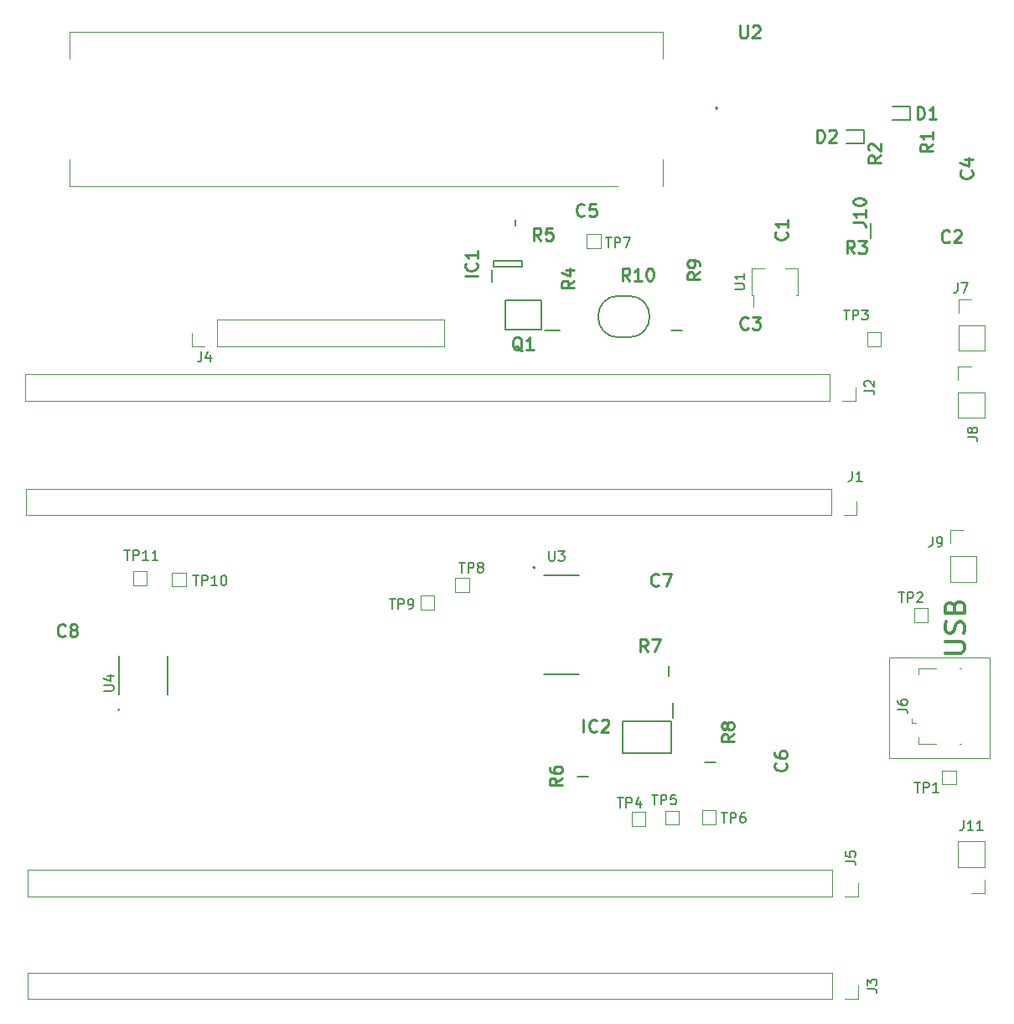
<source format=gbr>
%TF.GenerationSoftware,KiCad,Pcbnew,(6.0.2)*%
%TF.CreationDate,2022-04-18T04:53:36+02:00*%
%TF.ProjectId,main,6d61696e-2e6b-4696-9361-645f70636258,rev?*%
%TF.SameCoordinates,Original*%
%TF.FileFunction,Legend,Top*%
%TF.FilePolarity,Positive*%
%FSLAX46Y46*%
G04 Gerber Fmt 4.6, Leading zero omitted, Abs format (unit mm)*
G04 Created by KiCad (PCBNEW (6.0.2)) date 2022-04-18 04:53:36*
%MOMM*%
%LPD*%
G01*
G04 APERTURE LIST*
%ADD10C,0.100000*%
%ADD11C,0.300000*%
%ADD12C,0.254000*%
%ADD13C,0.150000*%
%ADD14C,0.120000*%
%ADD15C,0.200000*%
%ADD16C,0.127000*%
G04 APERTURE END LIST*
D10*
X172720000Y-116590000D02*
X182880000Y-116590000D01*
X182880000Y-116590000D02*
X182880000Y-126750000D01*
X182880000Y-126750000D02*
X172720000Y-126750000D01*
X172720000Y-126750000D02*
X172720000Y-116590000D01*
D11*
X178374761Y-116123809D02*
X179993809Y-116123809D01*
X180184285Y-116028571D01*
X180279523Y-115933333D01*
X180374761Y-115742857D01*
X180374761Y-115361904D01*
X180279523Y-115171428D01*
X180184285Y-115076190D01*
X179993809Y-114980952D01*
X178374761Y-114980952D01*
X180279523Y-114123809D02*
X180374761Y-113838095D01*
X180374761Y-113361904D01*
X180279523Y-113171428D01*
X180184285Y-113076190D01*
X179993809Y-112980952D01*
X179803333Y-112980952D01*
X179612857Y-113076190D01*
X179517619Y-113171428D01*
X179422380Y-113361904D01*
X179327142Y-113742857D01*
X179231904Y-113933333D01*
X179136666Y-114028571D01*
X178946190Y-114123809D01*
X178755714Y-114123809D01*
X178565238Y-114028571D01*
X178470000Y-113933333D01*
X178374761Y-113742857D01*
X178374761Y-113266666D01*
X178470000Y-112980952D01*
X179327142Y-111457142D02*
X179422380Y-111171428D01*
X179517619Y-111076190D01*
X179708095Y-110980952D01*
X179993809Y-110980952D01*
X180184285Y-111076190D01*
X180279523Y-111171428D01*
X180374761Y-111361904D01*
X180374761Y-112123809D01*
X178374761Y-112123809D01*
X178374761Y-111457142D01*
X178470000Y-111266666D01*
X178565238Y-111171428D01*
X178755714Y-111076190D01*
X178946190Y-111076190D01*
X179136666Y-111171428D01*
X179231904Y-111266666D01*
X179327142Y-111457142D01*
X179327142Y-112123809D01*
D12*
%TO.C,R4*%
X140924523Y-78531666D02*
X140319761Y-78955000D01*
X140924523Y-79257380D02*
X139654523Y-79257380D01*
X139654523Y-78773571D01*
X139715000Y-78652619D01*
X139775476Y-78592142D01*
X139896428Y-78531666D01*
X140077857Y-78531666D01*
X140198809Y-78592142D01*
X140259285Y-78652619D01*
X140319761Y-78773571D01*
X140319761Y-79257380D01*
X140077857Y-77443095D02*
X140924523Y-77443095D01*
X139594047Y-77745476D02*
X140501190Y-78047857D01*
X140501190Y-77261666D01*
D13*
%TO.C,J9*%
X177096666Y-104412380D02*
X177096666Y-105126666D01*
X177049047Y-105269523D01*
X176953809Y-105364761D01*
X176810952Y-105412380D01*
X176715714Y-105412380D01*
X177620476Y-105412380D02*
X177810952Y-105412380D01*
X177906190Y-105364761D01*
X177953809Y-105317142D01*
X178049047Y-105174285D01*
X178096666Y-104983809D01*
X178096666Y-104602857D01*
X178049047Y-104507619D01*
X178001428Y-104460000D01*
X177906190Y-104412380D01*
X177715714Y-104412380D01*
X177620476Y-104460000D01*
X177572857Y-104507619D01*
X177525238Y-104602857D01*
X177525238Y-104840952D01*
X177572857Y-104936190D01*
X177620476Y-104983809D01*
X177715714Y-105031428D01*
X177906190Y-105031428D01*
X178001428Y-104983809D01*
X178049047Y-104936190D01*
X178096666Y-104840952D01*
D12*
%TO.C,J10*%
X169074523Y-72678095D02*
X169981666Y-72678095D01*
X170163095Y-72738571D01*
X170284047Y-72859523D01*
X170344523Y-73040952D01*
X170344523Y-73161904D01*
X170344523Y-71408095D02*
X170344523Y-72133809D01*
X170344523Y-71770952D02*
X169074523Y-71770952D01*
X169255952Y-71891904D01*
X169376904Y-72012857D01*
X169437380Y-72133809D01*
X169074523Y-70621904D02*
X169074523Y-70500952D01*
X169135000Y-70380000D01*
X169195476Y-70319523D01*
X169316428Y-70259047D01*
X169558333Y-70198571D01*
X169860714Y-70198571D01*
X170102619Y-70259047D01*
X170223571Y-70319523D01*
X170284047Y-70380000D01*
X170344523Y-70500952D01*
X170344523Y-70621904D01*
X170284047Y-70742857D01*
X170223571Y-70803333D01*
X170102619Y-70863809D01*
X169860714Y-70924285D01*
X169558333Y-70924285D01*
X169316428Y-70863809D01*
X169195476Y-70803333D01*
X169135000Y-70742857D01*
X169074523Y-70621904D01*
%TO.C,R7*%
X148318333Y-116004523D02*
X147895000Y-115399761D01*
X147592619Y-116004523D02*
X147592619Y-114734523D01*
X148076428Y-114734523D01*
X148197380Y-114795000D01*
X148257857Y-114855476D01*
X148318333Y-114976428D01*
X148318333Y-115157857D01*
X148257857Y-115278809D01*
X148197380Y-115339285D01*
X148076428Y-115399761D01*
X147592619Y-115399761D01*
X148741666Y-114734523D02*
X149588333Y-114734523D01*
X149044047Y-116004523D01*
%TO.C,C7*%
X149448333Y-109273571D02*
X149387857Y-109334047D01*
X149206428Y-109394523D01*
X149085476Y-109394523D01*
X148904047Y-109334047D01*
X148783095Y-109213095D01*
X148722619Y-109092142D01*
X148662142Y-108850238D01*
X148662142Y-108668809D01*
X148722619Y-108426904D01*
X148783095Y-108305952D01*
X148904047Y-108185000D01*
X149085476Y-108124523D01*
X149206428Y-108124523D01*
X149387857Y-108185000D01*
X149448333Y-108245476D01*
X149871666Y-108124523D02*
X150718333Y-108124523D01*
X150174047Y-109394523D01*
%TO.C,C8*%
X89488333Y-114363571D02*
X89427857Y-114424047D01*
X89246428Y-114484523D01*
X89125476Y-114484523D01*
X88944047Y-114424047D01*
X88823095Y-114303095D01*
X88762619Y-114182142D01*
X88702142Y-113940238D01*
X88702142Y-113758809D01*
X88762619Y-113516904D01*
X88823095Y-113395952D01*
X88944047Y-113275000D01*
X89125476Y-113214523D01*
X89246428Y-113214523D01*
X89427857Y-113275000D01*
X89488333Y-113335476D01*
X90214047Y-113758809D02*
X90093095Y-113698333D01*
X90032619Y-113637857D01*
X89972142Y-113516904D01*
X89972142Y-113456428D01*
X90032619Y-113335476D01*
X90093095Y-113275000D01*
X90214047Y-113214523D01*
X90455952Y-113214523D01*
X90576904Y-113275000D01*
X90637380Y-113335476D01*
X90697857Y-113456428D01*
X90697857Y-113516904D01*
X90637380Y-113637857D01*
X90576904Y-113698333D01*
X90455952Y-113758809D01*
X90214047Y-113758809D01*
X90093095Y-113819285D01*
X90032619Y-113879761D01*
X89972142Y-114000714D01*
X89972142Y-114242619D01*
X90032619Y-114363571D01*
X90093095Y-114424047D01*
X90214047Y-114484523D01*
X90455952Y-114484523D01*
X90576904Y-114424047D01*
X90637380Y-114363571D01*
X90697857Y-114242619D01*
X90697857Y-114000714D01*
X90637380Y-113879761D01*
X90576904Y-113819285D01*
X90455952Y-113758809D01*
D13*
%TO.C,J8*%
X180652380Y-94353333D02*
X181366666Y-94353333D01*
X181509523Y-94400952D01*
X181604761Y-94496190D01*
X181652380Y-94639047D01*
X181652380Y-94734285D01*
X181080952Y-93734285D02*
X181033333Y-93829523D01*
X180985714Y-93877142D01*
X180890476Y-93924761D01*
X180842857Y-93924761D01*
X180747619Y-93877142D01*
X180700000Y-93829523D01*
X180652380Y-93734285D01*
X180652380Y-93543809D01*
X180700000Y-93448571D01*
X180747619Y-93400952D01*
X180842857Y-93353333D01*
X180890476Y-93353333D01*
X180985714Y-93400952D01*
X181033333Y-93448571D01*
X181080952Y-93543809D01*
X181080952Y-93734285D01*
X181128571Y-93829523D01*
X181176190Y-93877142D01*
X181271428Y-93924761D01*
X181461904Y-93924761D01*
X181557142Y-93877142D01*
X181604761Y-93829523D01*
X181652380Y-93734285D01*
X181652380Y-93543809D01*
X181604761Y-93448571D01*
X181557142Y-93400952D01*
X181461904Y-93353333D01*
X181271428Y-93353333D01*
X181176190Y-93400952D01*
X181128571Y-93448571D01*
X181080952Y-93543809D01*
%TO.C,TP11*%
X95461904Y-105742380D02*
X96033333Y-105742380D01*
X95747619Y-106742380D02*
X95747619Y-105742380D01*
X96366666Y-106742380D02*
X96366666Y-105742380D01*
X96747619Y-105742380D01*
X96842857Y-105790000D01*
X96890476Y-105837619D01*
X96938095Y-105932857D01*
X96938095Y-106075714D01*
X96890476Y-106170952D01*
X96842857Y-106218571D01*
X96747619Y-106266190D01*
X96366666Y-106266190D01*
X97890476Y-106742380D02*
X97319047Y-106742380D01*
X97604761Y-106742380D02*
X97604761Y-105742380D01*
X97509523Y-105885238D01*
X97414285Y-105980476D01*
X97319047Y-106028095D01*
X98842857Y-106742380D02*
X98271428Y-106742380D01*
X98557142Y-106742380D02*
X98557142Y-105742380D01*
X98461904Y-105885238D01*
X98366666Y-105980476D01*
X98271428Y-106028095D01*
%TO.C,U3*%
X138368095Y-105827380D02*
X138368095Y-106636904D01*
X138415714Y-106732142D01*
X138463333Y-106779761D01*
X138558571Y-106827380D01*
X138749047Y-106827380D01*
X138844285Y-106779761D01*
X138891904Y-106732142D01*
X138939523Y-106636904D01*
X138939523Y-105827380D01*
X139320476Y-105827380D02*
X139939523Y-105827380D01*
X139606190Y-106208333D01*
X139749047Y-106208333D01*
X139844285Y-106255952D01*
X139891904Y-106303571D01*
X139939523Y-106398809D01*
X139939523Y-106636904D01*
X139891904Y-106732142D01*
X139844285Y-106779761D01*
X139749047Y-106827380D01*
X139463333Y-106827380D01*
X139368095Y-106779761D01*
X139320476Y-106732142D01*
%TO.C,TP4*%
X145278095Y-130722380D02*
X145849523Y-130722380D01*
X145563809Y-131722380D02*
X145563809Y-130722380D01*
X146182857Y-131722380D02*
X146182857Y-130722380D01*
X146563809Y-130722380D01*
X146659047Y-130770000D01*
X146706666Y-130817619D01*
X146754285Y-130912857D01*
X146754285Y-131055714D01*
X146706666Y-131150952D01*
X146659047Y-131198571D01*
X146563809Y-131246190D01*
X146182857Y-131246190D01*
X147611428Y-131055714D02*
X147611428Y-131722380D01*
X147373333Y-130674761D02*
X147135238Y-131389047D01*
X147754285Y-131389047D01*
D12*
%TO.C,C2*%
X178808333Y-74583571D02*
X178747857Y-74644047D01*
X178566428Y-74704523D01*
X178445476Y-74704523D01*
X178264047Y-74644047D01*
X178143095Y-74523095D01*
X178082619Y-74402142D01*
X178022142Y-74160238D01*
X178022142Y-73978809D01*
X178082619Y-73736904D01*
X178143095Y-73615952D01*
X178264047Y-73495000D01*
X178445476Y-73434523D01*
X178566428Y-73434523D01*
X178747857Y-73495000D01*
X178808333Y-73555476D01*
X179292142Y-73555476D02*
X179352619Y-73495000D01*
X179473571Y-73434523D01*
X179775952Y-73434523D01*
X179896904Y-73495000D01*
X179957380Y-73555476D01*
X180017857Y-73676428D01*
X180017857Y-73797380D01*
X179957380Y-73978809D01*
X179231666Y-74704523D01*
X180017857Y-74704523D01*
%TO.C,R3*%
X169208333Y-75804523D02*
X168785000Y-75199761D01*
X168482619Y-75804523D02*
X168482619Y-74534523D01*
X168966428Y-74534523D01*
X169087380Y-74595000D01*
X169147857Y-74655476D01*
X169208333Y-74776428D01*
X169208333Y-74957857D01*
X169147857Y-75078809D01*
X169087380Y-75139285D01*
X168966428Y-75199761D01*
X168482619Y-75199761D01*
X169631666Y-74534523D02*
X170417857Y-74534523D01*
X169994523Y-75018333D01*
X170175952Y-75018333D01*
X170296904Y-75078809D01*
X170357380Y-75139285D01*
X170417857Y-75260238D01*
X170417857Y-75562619D01*
X170357380Y-75683571D01*
X170296904Y-75744047D01*
X170175952Y-75804523D01*
X169813095Y-75804523D01*
X169692142Y-75744047D01*
X169631666Y-75683571D01*
%TO.C,R1*%
X177133523Y-64728666D02*
X176528761Y-65152000D01*
X177133523Y-65454380D02*
X175863523Y-65454380D01*
X175863523Y-64970571D01*
X175924000Y-64849619D01*
X175984476Y-64789142D01*
X176105428Y-64728666D01*
X176286857Y-64728666D01*
X176407809Y-64789142D01*
X176468285Y-64849619D01*
X176528761Y-64970571D01*
X176528761Y-65454380D01*
X177133523Y-63519142D02*
X177133523Y-64244857D01*
X177133523Y-63882000D02*
X175863523Y-63882000D01*
X176044952Y-64002952D01*
X176165904Y-64123904D01*
X176226380Y-64244857D01*
D13*
%TO.C,TP6*%
X155798095Y-132262380D02*
X156369523Y-132262380D01*
X156083809Y-133262380D02*
X156083809Y-132262380D01*
X156702857Y-133262380D02*
X156702857Y-132262380D01*
X157083809Y-132262380D01*
X157179047Y-132310000D01*
X157226666Y-132357619D01*
X157274285Y-132452857D01*
X157274285Y-132595714D01*
X157226666Y-132690952D01*
X157179047Y-132738571D01*
X157083809Y-132786190D01*
X156702857Y-132786190D01*
X158131428Y-132262380D02*
X157940952Y-132262380D01*
X157845714Y-132310000D01*
X157798095Y-132357619D01*
X157702857Y-132500476D01*
X157655238Y-132690952D01*
X157655238Y-133071904D01*
X157702857Y-133167142D01*
X157750476Y-133214761D01*
X157845714Y-133262380D01*
X158036190Y-133262380D01*
X158131428Y-133214761D01*
X158179047Y-133167142D01*
X158226666Y-133071904D01*
X158226666Y-132833809D01*
X158179047Y-132738571D01*
X158131428Y-132690952D01*
X158036190Y-132643333D01*
X157845714Y-132643333D01*
X157750476Y-132690952D01*
X157702857Y-132738571D01*
X157655238Y-132833809D01*
D12*
%TO.C,R2*%
X171864523Y-65881666D02*
X171259761Y-66305000D01*
X171864523Y-66607380D02*
X170594523Y-66607380D01*
X170594523Y-66123571D01*
X170655000Y-66002619D01*
X170715476Y-65942142D01*
X170836428Y-65881666D01*
X171017857Y-65881666D01*
X171138809Y-65942142D01*
X171199285Y-66002619D01*
X171259761Y-66123571D01*
X171259761Y-66607380D01*
X170715476Y-65397857D02*
X170655000Y-65337380D01*
X170594523Y-65216428D01*
X170594523Y-64914047D01*
X170655000Y-64793095D01*
X170715476Y-64732619D01*
X170836428Y-64672142D01*
X170957380Y-64672142D01*
X171138809Y-64732619D01*
X171864523Y-65458333D01*
X171864523Y-64672142D01*
%TO.C,D2*%
X165462619Y-64564523D02*
X165462619Y-63294523D01*
X165765000Y-63294523D01*
X165946428Y-63355000D01*
X166067380Y-63475952D01*
X166127857Y-63596904D01*
X166188333Y-63838809D01*
X166188333Y-64020238D01*
X166127857Y-64262142D01*
X166067380Y-64383095D01*
X165946428Y-64504047D01*
X165765000Y-64564523D01*
X165462619Y-64564523D01*
X166672142Y-63415476D02*
X166732619Y-63355000D01*
X166853571Y-63294523D01*
X167155952Y-63294523D01*
X167276904Y-63355000D01*
X167337380Y-63415476D01*
X167397857Y-63536428D01*
X167397857Y-63657380D01*
X167337380Y-63838809D01*
X166611666Y-64564523D01*
X167397857Y-64564523D01*
%TO.C,D1*%
X175563619Y-62237523D02*
X175563619Y-60967523D01*
X175866000Y-60967523D01*
X176047428Y-61028000D01*
X176168380Y-61148952D01*
X176228857Y-61269904D01*
X176289333Y-61511809D01*
X176289333Y-61693238D01*
X176228857Y-61935142D01*
X176168380Y-62056095D01*
X176047428Y-62177047D01*
X175866000Y-62237523D01*
X175563619Y-62237523D01*
X177498857Y-62237523D02*
X176773142Y-62237523D01*
X177136000Y-62237523D02*
X177136000Y-60967523D01*
X177015047Y-61148952D01*
X176894095Y-61269904D01*
X176773142Y-61330380D01*
D13*
%TO.C,J4*%
X103231666Y-85722380D02*
X103231666Y-86436666D01*
X103184047Y-86579523D01*
X103088809Y-86674761D01*
X102945952Y-86722380D01*
X102850714Y-86722380D01*
X104136428Y-86055714D02*
X104136428Y-86722380D01*
X103898333Y-85674761D02*
X103660238Y-86389047D01*
X104279285Y-86389047D01*
D12*
%TO.C,R5*%
X137528333Y-74484523D02*
X137105000Y-73879761D01*
X136802619Y-74484523D02*
X136802619Y-73214523D01*
X137286428Y-73214523D01*
X137407380Y-73275000D01*
X137467857Y-73335476D01*
X137528333Y-73456428D01*
X137528333Y-73637857D01*
X137467857Y-73758809D01*
X137407380Y-73819285D01*
X137286428Y-73879761D01*
X136802619Y-73879761D01*
X138677380Y-73214523D02*
X138072619Y-73214523D01*
X138012142Y-73819285D01*
X138072619Y-73758809D01*
X138193571Y-73698333D01*
X138495952Y-73698333D01*
X138616904Y-73758809D01*
X138677380Y-73819285D01*
X138737857Y-73940238D01*
X138737857Y-74242619D01*
X138677380Y-74363571D01*
X138616904Y-74424047D01*
X138495952Y-74484523D01*
X138193571Y-74484523D01*
X138072619Y-74424047D01*
X138012142Y-74363571D01*
D13*
%TO.C,J3*%
X170497380Y-150066333D02*
X171211666Y-150066333D01*
X171354523Y-150113952D01*
X171449761Y-150209190D01*
X171497380Y-150352047D01*
X171497380Y-150447285D01*
X170497380Y-149685380D02*
X170497380Y-149066333D01*
X170878333Y-149399666D01*
X170878333Y-149256809D01*
X170925952Y-149161571D01*
X170973571Y-149113952D01*
X171068809Y-149066333D01*
X171306904Y-149066333D01*
X171402142Y-149113952D01*
X171449761Y-149161571D01*
X171497380Y-149256809D01*
X171497380Y-149542523D01*
X171449761Y-149637761D01*
X171402142Y-149685380D01*
D12*
%TO.C,R6*%
X139674523Y-128771666D02*
X139069761Y-129195000D01*
X139674523Y-129497380D02*
X138404523Y-129497380D01*
X138404523Y-129013571D01*
X138465000Y-128892619D01*
X138525476Y-128832142D01*
X138646428Y-128771666D01*
X138827857Y-128771666D01*
X138948809Y-128832142D01*
X139009285Y-128892619D01*
X139069761Y-129013571D01*
X139069761Y-129497380D01*
X138404523Y-127683095D02*
X138404523Y-127925000D01*
X138465000Y-128045952D01*
X138525476Y-128106428D01*
X138706904Y-128227380D01*
X138948809Y-128287857D01*
X139432619Y-128287857D01*
X139553571Y-128227380D01*
X139614047Y-128166904D01*
X139674523Y-128045952D01*
X139674523Y-127804047D01*
X139614047Y-127683095D01*
X139553571Y-127622619D01*
X139432619Y-127562142D01*
X139130238Y-127562142D01*
X139009285Y-127622619D01*
X138948809Y-127683095D01*
X138888333Y-127804047D01*
X138888333Y-128045952D01*
X138948809Y-128166904D01*
X139009285Y-128227380D01*
X139130238Y-128287857D01*
%TO.C,R8*%
X157074523Y-124331666D02*
X156469761Y-124755000D01*
X157074523Y-125057380D02*
X155804523Y-125057380D01*
X155804523Y-124573571D01*
X155865000Y-124452619D01*
X155925476Y-124392142D01*
X156046428Y-124331666D01*
X156227857Y-124331666D01*
X156348809Y-124392142D01*
X156409285Y-124452619D01*
X156469761Y-124573571D01*
X156469761Y-125057380D01*
X156348809Y-123605952D02*
X156288333Y-123726904D01*
X156227857Y-123787380D01*
X156106904Y-123847857D01*
X156046428Y-123847857D01*
X155925476Y-123787380D01*
X155865000Y-123726904D01*
X155804523Y-123605952D01*
X155804523Y-123364047D01*
X155865000Y-123243095D01*
X155925476Y-123182619D01*
X156046428Y-123122142D01*
X156106904Y-123122142D01*
X156227857Y-123182619D01*
X156288333Y-123243095D01*
X156348809Y-123364047D01*
X156348809Y-123605952D01*
X156409285Y-123726904D01*
X156469761Y-123787380D01*
X156590714Y-123847857D01*
X156832619Y-123847857D01*
X156953571Y-123787380D01*
X157014047Y-123726904D01*
X157074523Y-123605952D01*
X157074523Y-123364047D01*
X157014047Y-123243095D01*
X156953571Y-123182619D01*
X156832619Y-123122142D01*
X156590714Y-123122142D01*
X156469761Y-123182619D01*
X156409285Y-123243095D01*
X156348809Y-123364047D01*
D13*
%TO.C,J1*%
X168986666Y-97792380D02*
X168986666Y-98506666D01*
X168939047Y-98649523D01*
X168843809Y-98744761D01*
X168700952Y-98792380D01*
X168605714Y-98792380D01*
X169986666Y-98792380D02*
X169415238Y-98792380D01*
X169700952Y-98792380D02*
X169700952Y-97792380D01*
X169605714Y-97935238D01*
X169510476Y-98030476D01*
X169415238Y-98078095D01*
%TO.C,TP10*%
X102401904Y-108291380D02*
X102973333Y-108291380D01*
X102687619Y-109291380D02*
X102687619Y-108291380D01*
X103306666Y-109291380D02*
X103306666Y-108291380D01*
X103687619Y-108291380D01*
X103782857Y-108339000D01*
X103830476Y-108386619D01*
X103878095Y-108481857D01*
X103878095Y-108624714D01*
X103830476Y-108719952D01*
X103782857Y-108767571D01*
X103687619Y-108815190D01*
X103306666Y-108815190D01*
X104830476Y-109291380D02*
X104259047Y-109291380D01*
X104544761Y-109291380D02*
X104544761Y-108291380D01*
X104449523Y-108434238D01*
X104354285Y-108529476D01*
X104259047Y-108577095D01*
X105449523Y-108291380D02*
X105544761Y-108291380D01*
X105640000Y-108339000D01*
X105687619Y-108386619D01*
X105735238Y-108481857D01*
X105782857Y-108672333D01*
X105782857Y-108910428D01*
X105735238Y-109100904D01*
X105687619Y-109196142D01*
X105640000Y-109243761D01*
X105544761Y-109291380D01*
X105449523Y-109291380D01*
X105354285Y-109243761D01*
X105306666Y-109196142D01*
X105259047Y-109100904D01*
X105211428Y-108910428D01*
X105211428Y-108672333D01*
X105259047Y-108481857D01*
X105306666Y-108386619D01*
X105354285Y-108339000D01*
X105449523Y-108291380D01*
D12*
%TO.C,C6*%
X162283571Y-127231666D02*
X162344047Y-127292142D01*
X162404523Y-127473571D01*
X162404523Y-127594523D01*
X162344047Y-127775952D01*
X162223095Y-127896904D01*
X162102142Y-127957380D01*
X161860238Y-128017857D01*
X161678809Y-128017857D01*
X161436904Y-127957380D01*
X161315952Y-127896904D01*
X161195000Y-127775952D01*
X161134523Y-127594523D01*
X161134523Y-127473571D01*
X161195000Y-127292142D01*
X161255476Y-127231666D01*
X161134523Y-126143095D02*
X161134523Y-126385000D01*
X161195000Y-126505952D01*
X161255476Y-126566428D01*
X161436904Y-126687380D01*
X161678809Y-126747857D01*
X162162619Y-126747857D01*
X162283571Y-126687380D01*
X162344047Y-126626904D01*
X162404523Y-126505952D01*
X162404523Y-126264047D01*
X162344047Y-126143095D01*
X162283571Y-126082619D01*
X162162619Y-126022142D01*
X161860238Y-126022142D01*
X161739285Y-126082619D01*
X161678809Y-126143095D01*
X161618333Y-126264047D01*
X161618333Y-126505952D01*
X161678809Y-126626904D01*
X161739285Y-126687380D01*
X161860238Y-126747857D01*
%TO.C,C3*%
X158478333Y-83343571D02*
X158417857Y-83404047D01*
X158236428Y-83464523D01*
X158115476Y-83464523D01*
X157934047Y-83404047D01*
X157813095Y-83283095D01*
X157752619Y-83162142D01*
X157692142Y-82920238D01*
X157692142Y-82738809D01*
X157752619Y-82496904D01*
X157813095Y-82375952D01*
X157934047Y-82255000D01*
X158115476Y-82194523D01*
X158236428Y-82194523D01*
X158417857Y-82255000D01*
X158478333Y-82315476D01*
X158901666Y-82194523D02*
X159687857Y-82194523D01*
X159264523Y-82678333D01*
X159445952Y-82678333D01*
X159566904Y-82738809D01*
X159627380Y-82799285D01*
X159687857Y-82920238D01*
X159687857Y-83222619D01*
X159627380Y-83343571D01*
X159566904Y-83404047D01*
X159445952Y-83464523D01*
X159083095Y-83464523D01*
X158962142Y-83404047D01*
X158901666Y-83343571D01*
D13*
%TO.C,TP8*%
X129278095Y-107012380D02*
X129849523Y-107012380D01*
X129563809Y-108012380D02*
X129563809Y-107012380D01*
X130182857Y-108012380D02*
X130182857Y-107012380D01*
X130563809Y-107012380D01*
X130659047Y-107060000D01*
X130706666Y-107107619D01*
X130754285Y-107202857D01*
X130754285Y-107345714D01*
X130706666Y-107440952D01*
X130659047Y-107488571D01*
X130563809Y-107536190D01*
X130182857Y-107536190D01*
X131325714Y-107440952D02*
X131230476Y-107393333D01*
X131182857Y-107345714D01*
X131135238Y-107250476D01*
X131135238Y-107202857D01*
X131182857Y-107107619D01*
X131230476Y-107060000D01*
X131325714Y-107012380D01*
X131516190Y-107012380D01*
X131611428Y-107060000D01*
X131659047Y-107107619D01*
X131706666Y-107202857D01*
X131706666Y-107250476D01*
X131659047Y-107345714D01*
X131611428Y-107393333D01*
X131516190Y-107440952D01*
X131325714Y-107440952D01*
X131230476Y-107488571D01*
X131182857Y-107536190D01*
X131135238Y-107631428D01*
X131135238Y-107821904D01*
X131182857Y-107917142D01*
X131230476Y-107964761D01*
X131325714Y-108012380D01*
X131516190Y-108012380D01*
X131611428Y-107964761D01*
X131659047Y-107917142D01*
X131706666Y-107821904D01*
X131706666Y-107631428D01*
X131659047Y-107536190D01*
X131611428Y-107488571D01*
X131516190Y-107440952D01*
%TO.C,J6*%
X173572380Y-121803333D02*
X174286666Y-121803333D01*
X174429523Y-121850952D01*
X174524761Y-121946190D01*
X174572380Y-122089047D01*
X174572380Y-122184285D01*
X173572380Y-120898571D02*
X173572380Y-121089047D01*
X173620000Y-121184285D01*
X173667619Y-121231904D01*
X173810476Y-121327142D01*
X174000952Y-121374761D01*
X174381904Y-121374761D01*
X174477142Y-121327142D01*
X174524761Y-121279523D01*
X174572380Y-121184285D01*
X174572380Y-120993809D01*
X174524761Y-120898571D01*
X174477142Y-120850952D01*
X174381904Y-120803333D01*
X174143809Y-120803333D01*
X174048571Y-120850952D01*
X174000952Y-120898571D01*
X173953333Y-120993809D01*
X173953333Y-121184285D01*
X174000952Y-121279523D01*
X174048571Y-121327142D01*
X174143809Y-121374761D01*
D12*
%TO.C,R9*%
X153609523Y-77681666D02*
X153004761Y-78105000D01*
X153609523Y-78407380D02*
X152339523Y-78407380D01*
X152339523Y-77923571D01*
X152400000Y-77802619D01*
X152460476Y-77742142D01*
X152581428Y-77681666D01*
X152762857Y-77681666D01*
X152883809Y-77742142D01*
X152944285Y-77802619D01*
X153004761Y-77923571D01*
X153004761Y-78407380D01*
X153609523Y-77076904D02*
X153609523Y-76835000D01*
X153549047Y-76714047D01*
X153488571Y-76653571D01*
X153307142Y-76532619D01*
X153065238Y-76472142D01*
X152581428Y-76472142D01*
X152460476Y-76532619D01*
X152400000Y-76593095D01*
X152339523Y-76714047D01*
X152339523Y-76955952D01*
X152400000Y-77076904D01*
X152460476Y-77137380D01*
X152581428Y-77197857D01*
X152883809Y-77197857D01*
X153004761Y-77137380D01*
X153065238Y-77076904D01*
X153125714Y-76955952D01*
X153125714Y-76714047D01*
X153065238Y-76593095D01*
X153004761Y-76532619D01*
X152883809Y-76472142D01*
D13*
%TO.C,U1*%
X157112380Y-79421904D02*
X157921904Y-79421904D01*
X158017142Y-79374285D01*
X158064761Y-79326666D01*
X158112380Y-79231428D01*
X158112380Y-79040952D01*
X158064761Y-78945714D01*
X158017142Y-78898095D01*
X157921904Y-78850476D01*
X157112380Y-78850476D01*
X158112380Y-77850476D02*
X158112380Y-78421904D01*
X158112380Y-78136190D02*
X157112380Y-78136190D01*
X157255238Y-78231428D01*
X157350476Y-78326666D01*
X157398095Y-78421904D01*
%TO.C,TP7*%
X144103095Y-74172380D02*
X144674523Y-74172380D01*
X144388809Y-75172380D02*
X144388809Y-74172380D01*
X145007857Y-75172380D02*
X145007857Y-74172380D01*
X145388809Y-74172380D01*
X145484047Y-74220000D01*
X145531666Y-74267619D01*
X145579285Y-74362857D01*
X145579285Y-74505714D01*
X145531666Y-74600952D01*
X145484047Y-74648571D01*
X145388809Y-74696190D01*
X145007857Y-74696190D01*
X145912619Y-74172380D02*
X146579285Y-74172380D01*
X146150714Y-75172380D01*
D12*
%TO.C,IC1*%
X131144523Y-78089761D02*
X129874523Y-78089761D01*
X131023571Y-76759285D02*
X131084047Y-76819761D01*
X131144523Y-77001190D01*
X131144523Y-77122142D01*
X131084047Y-77303571D01*
X130963095Y-77424523D01*
X130842142Y-77485000D01*
X130600238Y-77545476D01*
X130418809Y-77545476D01*
X130176904Y-77485000D01*
X130055952Y-77424523D01*
X129935000Y-77303571D01*
X129874523Y-77122142D01*
X129874523Y-77001190D01*
X129935000Y-76819761D01*
X129995476Y-76759285D01*
X131144523Y-75549761D02*
X131144523Y-76275476D01*
X131144523Y-75912619D02*
X129874523Y-75912619D01*
X130055952Y-76033571D01*
X130176904Y-76154523D01*
X130237380Y-76275476D01*
%TO.C,U2*%
X157655380Y-52771523D02*
X157655380Y-53799619D01*
X157715857Y-53920571D01*
X157776333Y-53981047D01*
X157897285Y-54041523D01*
X158139190Y-54041523D01*
X158260142Y-53981047D01*
X158320619Y-53920571D01*
X158381095Y-53799619D01*
X158381095Y-52771523D01*
X158925380Y-52892476D02*
X158985857Y-52832000D01*
X159106809Y-52771523D01*
X159409190Y-52771523D01*
X159530142Y-52832000D01*
X159590619Y-52892476D01*
X159651095Y-53013428D01*
X159651095Y-53134380D01*
X159590619Y-53315809D01*
X158864904Y-54041523D01*
X159651095Y-54041523D01*
D13*
%TO.C,TP1*%
X175298095Y-129182380D02*
X175869523Y-129182380D01*
X175583809Y-130182380D02*
X175583809Y-129182380D01*
X176202857Y-130182380D02*
X176202857Y-129182380D01*
X176583809Y-129182380D01*
X176679047Y-129230000D01*
X176726666Y-129277619D01*
X176774285Y-129372857D01*
X176774285Y-129515714D01*
X176726666Y-129610952D01*
X176679047Y-129658571D01*
X176583809Y-129706190D01*
X176202857Y-129706190D01*
X177726666Y-130182380D02*
X177155238Y-130182380D01*
X177440952Y-130182380D02*
X177440952Y-129182380D01*
X177345714Y-129325238D01*
X177250476Y-129420476D01*
X177155238Y-129468095D01*
D12*
%TO.C,C5*%
X141933333Y-71934571D02*
X141872857Y-71995047D01*
X141691428Y-72055523D01*
X141570476Y-72055523D01*
X141389047Y-71995047D01*
X141268095Y-71874095D01*
X141207619Y-71753142D01*
X141147142Y-71511238D01*
X141147142Y-71329809D01*
X141207619Y-71087904D01*
X141268095Y-70966952D01*
X141389047Y-70846000D01*
X141570476Y-70785523D01*
X141691428Y-70785523D01*
X141872857Y-70846000D01*
X141933333Y-70906476D01*
X143082380Y-70785523D02*
X142477619Y-70785523D01*
X142417142Y-71390285D01*
X142477619Y-71329809D01*
X142598571Y-71269333D01*
X142900952Y-71269333D01*
X143021904Y-71329809D01*
X143082380Y-71390285D01*
X143142857Y-71511238D01*
X143142857Y-71813619D01*
X143082380Y-71934571D01*
X143021904Y-71995047D01*
X142900952Y-72055523D01*
X142598571Y-72055523D01*
X142477619Y-71995047D01*
X142417142Y-71934571D01*
D13*
%TO.C,U4*%
X93370962Y-119943878D02*
X94182583Y-119943878D01*
X94278068Y-119896136D01*
X94325810Y-119848394D01*
X94373553Y-119752909D01*
X94373553Y-119561939D01*
X94325810Y-119466454D01*
X94278068Y-119418712D01*
X94182583Y-119370969D01*
X93370962Y-119370969D01*
X93705159Y-118463863D02*
X94373553Y-118463863D01*
X93323219Y-118702575D02*
X94039356Y-118941287D01*
X94039356Y-118320636D01*
%TO.C,TP9*%
X122248095Y-110662380D02*
X122819523Y-110662380D01*
X122533809Y-111662380D02*
X122533809Y-110662380D01*
X123152857Y-111662380D02*
X123152857Y-110662380D01*
X123533809Y-110662380D01*
X123629047Y-110710000D01*
X123676666Y-110757619D01*
X123724285Y-110852857D01*
X123724285Y-110995714D01*
X123676666Y-111090952D01*
X123629047Y-111138571D01*
X123533809Y-111186190D01*
X123152857Y-111186190D01*
X124200476Y-111662380D02*
X124390952Y-111662380D01*
X124486190Y-111614761D01*
X124533809Y-111567142D01*
X124629047Y-111424285D01*
X124676666Y-111233809D01*
X124676666Y-110852857D01*
X124629047Y-110757619D01*
X124581428Y-110710000D01*
X124486190Y-110662380D01*
X124295714Y-110662380D01*
X124200476Y-110710000D01*
X124152857Y-110757619D01*
X124105238Y-110852857D01*
X124105238Y-111090952D01*
X124152857Y-111186190D01*
X124200476Y-111233809D01*
X124295714Y-111281428D01*
X124486190Y-111281428D01*
X124581428Y-111233809D01*
X124629047Y-111186190D01*
X124676666Y-111090952D01*
D12*
%TO.C,C1*%
X162323571Y-73621666D02*
X162384047Y-73682142D01*
X162444523Y-73863571D01*
X162444523Y-73984523D01*
X162384047Y-74165952D01*
X162263095Y-74286904D01*
X162142142Y-74347380D01*
X161900238Y-74407857D01*
X161718809Y-74407857D01*
X161476904Y-74347380D01*
X161355952Y-74286904D01*
X161235000Y-74165952D01*
X161174523Y-73984523D01*
X161174523Y-73863571D01*
X161235000Y-73682142D01*
X161295476Y-73621666D01*
X162444523Y-72412142D02*
X162444523Y-73137857D01*
X162444523Y-72775000D02*
X161174523Y-72775000D01*
X161355952Y-72895952D01*
X161476904Y-73016904D01*
X161537380Y-73137857D01*
D13*
%TO.C,J5*%
X168327380Y-137137333D02*
X169041666Y-137137333D01*
X169184523Y-137184952D01*
X169279761Y-137280190D01*
X169327380Y-137423047D01*
X169327380Y-137518285D01*
X168327380Y-136184952D02*
X168327380Y-136661142D01*
X168803571Y-136708761D01*
X168755952Y-136661142D01*
X168708333Y-136565904D01*
X168708333Y-136327809D01*
X168755952Y-136232571D01*
X168803571Y-136184952D01*
X168898809Y-136137333D01*
X169136904Y-136137333D01*
X169232142Y-136184952D01*
X169279761Y-136232571D01*
X169327380Y-136327809D01*
X169327380Y-136565904D01*
X169279761Y-136661142D01*
X169232142Y-136708761D01*
%TO.C,TP2*%
X173688095Y-110012380D02*
X174259523Y-110012380D01*
X173973809Y-111012380D02*
X173973809Y-110012380D01*
X174592857Y-111012380D02*
X174592857Y-110012380D01*
X174973809Y-110012380D01*
X175069047Y-110060000D01*
X175116666Y-110107619D01*
X175164285Y-110202857D01*
X175164285Y-110345714D01*
X175116666Y-110440952D01*
X175069047Y-110488571D01*
X174973809Y-110536190D01*
X174592857Y-110536190D01*
X175545238Y-110107619D02*
X175592857Y-110060000D01*
X175688095Y-110012380D01*
X175926190Y-110012380D01*
X176021428Y-110060000D01*
X176069047Y-110107619D01*
X176116666Y-110202857D01*
X176116666Y-110298095D01*
X176069047Y-110440952D01*
X175497619Y-111012380D01*
X176116666Y-111012380D01*
%TO.C,J2*%
X170228380Y-89639333D02*
X170942666Y-89639333D01*
X171085523Y-89686952D01*
X171180761Y-89782190D01*
X171228380Y-89925047D01*
X171228380Y-90020285D01*
X170323619Y-89210761D02*
X170276000Y-89163142D01*
X170228380Y-89067904D01*
X170228380Y-88829809D01*
X170276000Y-88734571D01*
X170323619Y-88686952D01*
X170418857Y-88639333D01*
X170514095Y-88639333D01*
X170656952Y-88686952D01*
X171228380Y-89258380D01*
X171228380Y-88639333D01*
D12*
%TO.C,R10*%
X146503571Y-78552523D02*
X146080238Y-77947761D01*
X145777857Y-78552523D02*
X145777857Y-77282523D01*
X146261666Y-77282523D01*
X146382619Y-77343000D01*
X146443095Y-77403476D01*
X146503571Y-77524428D01*
X146503571Y-77705857D01*
X146443095Y-77826809D01*
X146382619Y-77887285D01*
X146261666Y-77947761D01*
X145777857Y-77947761D01*
X147713095Y-78552523D02*
X146987380Y-78552523D01*
X147350238Y-78552523D02*
X147350238Y-77282523D01*
X147229285Y-77463952D01*
X147108333Y-77584904D01*
X146987380Y-77645380D01*
X148499285Y-77282523D02*
X148620238Y-77282523D01*
X148741190Y-77343000D01*
X148801666Y-77403476D01*
X148862142Y-77524428D01*
X148922619Y-77766333D01*
X148922619Y-78068714D01*
X148862142Y-78310619D01*
X148801666Y-78431571D01*
X148741190Y-78492047D01*
X148620238Y-78552523D01*
X148499285Y-78552523D01*
X148378333Y-78492047D01*
X148317857Y-78431571D01*
X148257380Y-78310619D01*
X148196904Y-78068714D01*
X148196904Y-77766333D01*
X148257380Y-77524428D01*
X148317857Y-77403476D01*
X148378333Y-77343000D01*
X148499285Y-77282523D01*
D13*
%TO.C,TP5*%
X148768095Y-130442380D02*
X149339523Y-130442380D01*
X149053809Y-131442380D02*
X149053809Y-130442380D01*
X149672857Y-131442380D02*
X149672857Y-130442380D01*
X150053809Y-130442380D01*
X150149047Y-130490000D01*
X150196666Y-130537619D01*
X150244285Y-130632857D01*
X150244285Y-130775714D01*
X150196666Y-130870952D01*
X150149047Y-130918571D01*
X150053809Y-130966190D01*
X149672857Y-130966190D01*
X151149047Y-130442380D02*
X150672857Y-130442380D01*
X150625238Y-130918571D01*
X150672857Y-130870952D01*
X150768095Y-130823333D01*
X151006190Y-130823333D01*
X151101428Y-130870952D01*
X151149047Y-130918571D01*
X151196666Y-131013809D01*
X151196666Y-131251904D01*
X151149047Y-131347142D01*
X151101428Y-131394761D01*
X151006190Y-131442380D01*
X150768095Y-131442380D01*
X150672857Y-131394761D01*
X150625238Y-131347142D01*
D12*
%TO.C,Q1*%
X135639047Y-85636476D02*
X135518095Y-85576000D01*
X135397142Y-85455047D01*
X135215714Y-85273619D01*
X135094761Y-85213142D01*
X134973809Y-85213142D01*
X135034285Y-85515523D02*
X134913333Y-85455047D01*
X134792380Y-85334095D01*
X134731904Y-85092190D01*
X134731904Y-84668857D01*
X134792380Y-84426952D01*
X134913333Y-84306000D01*
X135034285Y-84245523D01*
X135276190Y-84245523D01*
X135397142Y-84306000D01*
X135518095Y-84426952D01*
X135578571Y-84668857D01*
X135578571Y-85092190D01*
X135518095Y-85334095D01*
X135397142Y-85455047D01*
X135276190Y-85515523D01*
X135034285Y-85515523D01*
X136788095Y-85515523D02*
X136062380Y-85515523D01*
X136425238Y-85515523D02*
X136425238Y-84245523D01*
X136304285Y-84426952D01*
X136183333Y-84547904D01*
X136062380Y-84608380D01*
D13*
%TO.C,TP3*%
X168148095Y-81492380D02*
X168719523Y-81492380D01*
X168433809Y-82492380D02*
X168433809Y-81492380D01*
X169052857Y-82492380D02*
X169052857Y-81492380D01*
X169433809Y-81492380D01*
X169529047Y-81540000D01*
X169576666Y-81587619D01*
X169624285Y-81682857D01*
X169624285Y-81825714D01*
X169576666Y-81920952D01*
X169529047Y-81968571D01*
X169433809Y-82016190D01*
X169052857Y-82016190D01*
X169957619Y-81492380D02*
X170576666Y-81492380D01*
X170243333Y-81873333D01*
X170386190Y-81873333D01*
X170481428Y-81920952D01*
X170529047Y-81968571D01*
X170576666Y-82063809D01*
X170576666Y-82301904D01*
X170529047Y-82397142D01*
X170481428Y-82444761D01*
X170386190Y-82492380D01*
X170100476Y-82492380D01*
X170005238Y-82444761D01*
X169957619Y-82397142D01*
%TO.C,J7*%
X179646666Y-78762380D02*
X179646666Y-79476666D01*
X179599047Y-79619523D01*
X179503809Y-79714761D01*
X179360952Y-79762380D01*
X179265714Y-79762380D01*
X180027619Y-78762380D02*
X180694285Y-78762380D01*
X180265714Y-79762380D01*
D12*
%TO.C,IC2*%
X141860238Y-124124523D02*
X141860238Y-122854523D01*
X143190714Y-124003571D02*
X143130238Y-124064047D01*
X142948809Y-124124523D01*
X142827857Y-124124523D01*
X142646428Y-124064047D01*
X142525476Y-123943095D01*
X142465000Y-123822142D01*
X142404523Y-123580238D01*
X142404523Y-123398809D01*
X142465000Y-123156904D01*
X142525476Y-123035952D01*
X142646428Y-122915000D01*
X142827857Y-122854523D01*
X142948809Y-122854523D01*
X143130238Y-122915000D01*
X143190714Y-122975476D01*
X143674523Y-122975476D02*
X143735000Y-122915000D01*
X143855952Y-122854523D01*
X144158333Y-122854523D01*
X144279285Y-122915000D01*
X144339761Y-122975476D01*
X144400238Y-123096428D01*
X144400238Y-123217380D01*
X144339761Y-123398809D01*
X143614047Y-124124523D01*
X144400238Y-124124523D01*
D13*
%TO.C,J11*%
X180220476Y-133037380D02*
X180220476Y-133751666D01*
X180172857Y-133894523D01*
X180077619Y-133989761D01*
X179934761Y-134037380D01*
X179839523Y-134037380D01*
X181220476Y-134037380D02*
X180649047Y-134037380D01*
X180934761Y-134037380D02*
X180934761Y-133037380D01*
X180839523Y-133180238D01*
X180744285Y-133275476D01*
X180649047Y-133323095D01*
X182172857Y-134037380D02*
X181601428Y-134037380D01*
X181887142Y-134037380D02*
X181887142Y-133037380D01*
X181791904Y-133180238D01*
X181696666Y-133275476D01*
X181601428Y-133323095D01*
D12*
%TO.C,C4*%
X181033571Y-67421666D02*
X181094047Y-67482142D01*
X181154523Y-67663571D01*
X181154523Y-67784523D01*
X181094047Y-67965952D01*
X180973095Y-68086904D01*
X180852142Y-68147380D01*
X180610238Y-68207857D01*
X180428809Y-68207857D01*
X180186904Y-68147380D01*
X180065952Y-68086904D01*
X179945000Y-67965952D01*
X179884523Y-67784523D01*
X179884523Y-67663571D01*
X179945000Y-67482142D01*
X180005476Y-67421666D01*
X180307857Y-66333095D02*
X181154523Y-66333095D01*
X179824047Y-66635476D02*
X180731190Y-66937857D01*
X180731190Y-66151666D01*
D14*
%TO.C,J9*%
X178900000Y-103740000D02*
X180230000Y-103740000D01*
X178900000Y-105070000D02*
X178900000Y-103740000D01*
X181560000Y-106340000D02*
X181560000Y-108940000D01*
X178900000Y-108940000D02*
X181560000Y-108940000D01*
X178900000Y-106340000D02*
X178900000Y-108940000D01*
X178900000Y-106340000D02*
X181560000Y-106340000D01*
D15*
%TO.C,J10*%
X170877000Y-74214000D02*
X170877000Y-72689000D01*
%TO.C,R7*%
X150420000Y-118475000D02*
X150420000Y-117425000D01*
D14*
%TO.C,J8*%
X179700000Y-92400000D02*
X182360000Y-92400000D01*
X179700000Y-87200000D02*
X181030000Y-87200000D01*
X179700000Y-88530000D02*
X179700000Y-87200000D01*
X182360000Y-89800000D02*
X182360000Y-92400000D01*
X179700000Y-89800000D02*
X179700000Y-92400000D01*
X179700000Y-89800000D02*
X182360000Y-89800000D01*
%TO.C,TP11*%
X96328000Y-109285000D02*
X96328000Y-107885000D01*
X97728000Y-109285000D02*
X96328000Y-109285000D01*
X96328000Y-107885000D02*
X97728000Y-107885000D01*
X97728000Y-107885000D02*
X97728000Y-109285000D01*
D16*
%TO.C,U3*%
X137835000Y-108260000D02*
X141385000Y-108260000D01*
X137835000Y-118260000D02*
X141385000Y-118260000D01*
X137835000Y-118260000D02*
X141385000Y-118260000D01*
X137835000Y-108260000D02*
X141385000Y-108260000D01*
D15*
X136960000Y-107505000D02*
G75*
G03*
X136960000Y-107505000I-100000J0D01*
G01*
D14*
%TO.C,TP4*%
X148110000Y-132200000D02*
X148110000Y-133600000D01*
X146710000Y-133600000D02*
X146710000Y-132200000D01*
X148110000Y-133600000D02*
X146710000Y-133600000D01*
X146710000Y-132200000D02*
X148110000Y-132200000D01*
%TO.C,TP6*%
X153810000Y-133420000D02*
X153810000Y-132020000D01*
X155210000Y-132020000D02*
X155210000Y-133420000D01*
X153810000Y-132020000D02*
X155210000Y-132020000D01*
X155210000Y-133420000D02*
X153810000Y-133420000D01*
D15*
%TO.C,D2*%
X168430000Y-64710000D02*
X170205000Y-64710000D01*
X170205000Y-63310000D02*
X168430000Y-63310000D01*
X170205000Y-64710000D02*
X170205000Y-63310000D01*
%TO.C,D1*%
X174825000Y-62340000D02*
X174825000Y-60940000D01*
X174825000Y-60940000D02*
X173050000Y-60940000D01*
X173050000Y-62340000D02*
X174825000Y-62340000D01*
D14*
%TO.C,J4*%
X127785000Y-85140000D02*
X127785000Y-82480000D01*
X104865000Y-85140000D02*
X127785000Y-85140000D01*
X102265000Y-85140000D02*
X102265000Y-83810000D01*
X103595000Y-85140000D02*
X102265000Y-85140000D01*
X104865000Y-82480000D02*
X127785000Y-82480000D01*
X104865000Y-85140000D02*
X104865000Y-82480000D01*
D15*
%TO.C,R5*%
X134960000Y-72375000D02*
X134960000Y-73025000D01*
D14*
%TO.C,J3*%
X85665000Y-148403000D02*
X85665000Y-151063000D01*
X167005000Y-148403000D02*
X167005000Y-151063000D01*
X167005000Y-148403000D02*
X85665000Y-148403000D01*
X169605000Y-151063000D02*
X168275000Y-151063000D01*
X167005000Y-151063000D02*
X85665000Y-151063000D01*
X169605000Y-149733000D02*
X169605000Y-151063000D01*
D15*
%TO.C,R6*%
X142295000Y-128620000D02*
X141245000Y-128620000D01*
%TO.C,R8*%
X155165000Y-127190000D02*
X154115000Y-127190000D01*
D14*
%TO.C,J1*%
X169463000Y-102193000D02*
X168133000Y-102193000D01*
X166863000Y-99533000D02*
X85523000Y-99533000D01*
X166863000Y-99533000D02*
X166863000Y-102193000D01*
X85523000Y-99533000D02*
X85523000Y-102193000D01*
X169463000Y-100863000D02*
X169463000Y-102193000D01*
X166863000Y-102193000D02*
X85523000Y-102193000D01*
%TO.C,TP10*%
X100265000Y-108012000D02*
X101665000Y-108012000D01*
X101665000Y-108012000D02*
X101665000Y-109412000D01*
X101665000Y-109412000D02*
X100265000Y-109412000D01*
X100265000Y-109412000D02*
X100265000Y-108012000D01*
%TO.C,TP8*%
X130270000Y-108570000D02*
X130270000Y-109970000D01*
X128870000Y-109970000D02*
X128870000Y-108570000D01*
X130270000Y-109970000D02*
X128870000Y-109970000D01*
X128870000Y-108570000D02*
X130270000Y-108570000D01*
%TO.C,J6*%
X175710000Y-117660000D02*
X175710000Y-118310000D01*
X175010000Y-123230000D02*
X175400000Y-123230000D01*
X177440000Y-125280000D02*
X175710000Y-125280000D01*
X180010000Y-117660000D02*
X179800000Y-117660000D01*
X175010000Y-123230000D02*
X175010000Y-122780000D01*
X175710000Y-125280000D02*
X175710000Y-124620000D01*
X180010000Y-125280000D02*
X179800000Y-125280000D01*
X177440000Y-117660000D02*
X175710000Y-117660000D01*
D15*
%TO.C,R9*%
X151782000Y-83566000D02*
X150732000Y-83566000D01*
D14*
%TO.C,U1*%
X158800000Y-80020000D02*
X159030000Y-80020000D01*
X163520000Y-77300000D02*
X163520000Y-80020000D01*
X158800000Y-77300000D02*
X160110000Y-77300000D01*
X158800000Y-80020000D02*
X158800000Y-77300000D01*
X163520000Y-80020000D02*
X163290000Y-80020000D01*
X159030000Y-81160000D02*
X159030000Y-80020000D01*
X162210000Y-77300000D02*
X163520000Y-77300000D01*
%TO.C,TP7*%
X143590000Y-75270000D02*
X142190000Y-75270000D01*
X143590000Y-73870000D02*
X143590000Y-75270000D01*
X142190000Y-75270000D02*
X142190000Y-73870000D01*
X142190000Y-73870000D02*
X143590000Y-73870000D01*
D15*
%TO.C,IC1*%
X132595000Y-78690000D02*
X132595000Y-77490000D01*
X132795000Y-77140000D02*
X132795000Y-76540000D01*
X135645000Y-77140000D02*
X132795000Y-77140000D01*
X132795000Y-76540000D02*
X135645000Y-76540000D01*
X135645000Y-76540000D02*
X135645000Y-77140000D01*
D10*
%TO.C,U2*%
X89942000Y-68984000D02*
X145307000Y-68984000D01*
X149872000Y-56134000D02*
X149872000Y-53444000D01*
X149872000Y-53444000D02*
X89942000Y-53444000D01*
X89942000Y-66294000D02*
X89942000Y-68984000D01*
X149872000Y-68984000D02*
X149872000Y-66294000D01*
X89942000Y-53444000D02*
X89942000Y-56134000D01*
D15*
X155307000Y-61014000D02*
X155307000Y-61014000D01*
X155307000Y-61214000D02*
X155307000Y-61214000D01*
X155307000Y-61014000D02*
G75*
G03*
X155307000Y-61214000I0J-100000D01*
G01*
X155307000Y-61214000D02*
G75*
G03*
X155307000Y-61014000I0J100000D01*
G01*
D14*
%TO.C,TP1*%
X179490000Y-129410000D02*
X178090000Y-129410000D01*
X178090000Y-129410000D02*
X178090000Y-128010000D01*
X179490000Y-128010000D02*
X179490000Y-129410000D01*
X178090000Y-128010000D02*
X179490000Y-128010000D01*
D15*
%TO.C,U4*%
X99859000Y-120314000D02*
X99859000Y-116414000D01*
X94959000Y-120314000D02*
X94959000Y-116414000D01*
D16*
X94972500Y-121864000D02*
G75*
G03*
X94972500Y-121864000I-63500J0D01*
G01*
D14*
%TO.C,TP9*%
X125360000Y-110330000D02*
X126760000Y-110330000D01*
X125360000Y-111730000D02*
X125360000Y-110330000D01*
X126760000Y-110330000D02*
X126760000Y-111730000D01*
X126760000Y-111730000D02*
X125360000Y-111730000D01*
%TO.C,J5*%
X166990000Y-138014000D02*
X166990000Y-140674000D01*
X169590000Y-140674000D02*
X168260000Y-140674000D01*
X85650000Y-138014000D02*
X85650000Y-140674000D01*
X166990000Y-138014000D02*
X85650000Y-138014000D01*
X166990000Y-140674000D02*
X85650000Y-140674000D01*
X169590000Y-139344000D02*
X169590000Y-140674000D01*
%TO.C,TP2*%
X176650000Y-113020000D02*
X175250000Y-113020000D01*
X176650000Y-111620000D02*
X176650000Y-113020000D01*
X175250000Y-113020000D02*
X175250000Y-111620000D01*
X175250000Y-111620000D02*
X176650000Y-111620000D01*
%TO.C,J2*%
X169336000Y-89306000D02*
X169336000Y-90636000D01*
X166736000Y-90636000D02*
X85396000Y-90636000D01*
X166736000Y-87976000D02*
X166736000Y-90636000D01*
X166736000Y-87976000D02*
X85396000Y-87976000D01*
X85396000Y-87976000D02*
X85396000Y-90636000D01*
X169336000Y-90636000D02*
X168006000Y-90636000D01*
D15*
%TO.C,R10*%
X146423000Y-80069000D02*
X145423000Y-80069000D01*
X145423000Y-80069000D02*
X145423000Y-80069000D01*
X146423000Y-84269000D02*
X146423000Y-84269000D01*
X145423000Y-84269000D02*
X146423000Y-84269000D01*
X146423000Y-84269000D02*
G75*
G03*
X146423000Y-80069000I0J2100000D01*
G01*
X145423000Y-80069000D02*
G75*
G03*
X145423000Y-84269000I0J-2100000D01*
G01*
D14*
%TO.C,TP5*%
X151510000Y-132040000D02*
X151510000Y-133440000D01*
X150110000Y-133440000D02*
X150110000Y-132040000D01*
X151510000Y-133440000D02*
X150110000Y-133440000D01*
X150110000Y-132040000D02*
X151510000Y-132040000D01*
D15*
%TO.C,Q1*%
X139435000Y-83570000D02*
X137960000Y-83570000D01*
X137610000Y-80555000D02*
X137610000Y-83485000D01*
X137610000Y-83485000D02*
X133910000Y-83485000D01*
X133910000Y-83485000D02*
X133910000Y-80555000D01*
X133910000Y-80555000D02*
X137610000Y-80555000D01*
D14*
%TO.C,TP3*%
X170500000Y-83750000D02*
X171900000Y-83750000D01*
X171900000Y-83750000D02*
X171900000Y-85150000D01*
X170500000Y-85150000D02*
X170500000Y-83750000D01*
X171900000Y-85150000D02*
X170500000Y-85150000D01*
%TO.C,J7*%
X179730000Y-81765000D02*
X179730000Y-80435000D01*
X179730000Y-85635000D02*
X182390000Y-85635000D01*
X179730000Y-83035000D02*
X182390000Y-83035000D01*
X182390000Y-83035000D02*
X182390000Y-85635000D01*
X179730000Y-83035000D02*
X179730000Y-85635000D01*
X179730000Y-80435000D02*
X181060000Y-80435000D01*
D15*
%TO.C,IC2*%
X150895000Y-121150000D02*
X150895000Y-122700000D01*
X150740000Y-123050000D02*
X150740000Y-126250000D01*
X145840000Y-123050000D02*
X150740000Y-123050000D01*
X150740000Y-126250000D02*
X145840000Y-126250000D01*
X145840000Y-126250000D02*
X145840000Y-123050000D01*
D14*
%TO.C,J11*%
X182360000Y-137755000D02*
X182360000Y-135155000D01*
X182360000Y-140355000D02*
X181030000Y-140355000D01*
X182360000Y-139025000D02*
X182360000Y-140355000D01*
X182360000Y-135155000D02*
X179700000Y-135155000D01*
X179700000Y-137755000D02*
X179700000Y-135155000D01*
X182360000Y-137755000D02*
X179700000Y-137755000D01*
%TD*%
M02*

</source>
